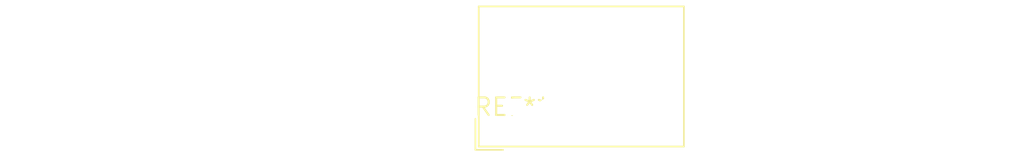
<source format=kicad_pcb>
(kicad_pcb (version 20240108) (generator pcbnew)
  (layers (0 "F.Cu" signal) (31 "B.Cu" signal) (34 "B.Paste" user) (35 "F.Paste" user) (36 "B.SilkS" user "B.Silkscreen") (37 "F.SilkS" user "F.Silkscreen") (38 "B.Mask" user) (39 "F.Mask" user) (44 "Edge.Cuts" user))
  (net 0 "")
  (footprint "TerminalBlock_Phoenix_PTSM-0,5-5-2.5-H-THR_1x05_P2.50mm_Horizontal" (layer "F.Cu") (at 0 0)
    (property "Reference" "REF**")
    (property "Value" "TerminalBlock_Phoenix_PTSM-0,5-5-2.5-H-THR_1x05_P2.50mm_Horizontal")
    (fp_line (start -2.65 0.86) (end -2.65 3.1) (layer "F.SilkS") (stroke (width 0.12)))
    (fp_line (start -2.65 3.1) (end -0.65 3.1) (layer "F.SilkS") (stroke (width 0.12)))
    (fp_line (start -2.41 -7.26) (end -2.41 2.86) (layer "F.SilkS") (stroke (width 0.12)))
    (fp_line (start -2.41 -7.26) (end 12.41 -7.26) (layer "F.SilkS") (stroke (width 0.12)))
    (fp_line (start -2.41 2.86) (end 12.41 2.86) (layer "F.SilkS") (stroke (width 0.12)))
    (fp_line (start 12.41 -7.26) (end 12.41 2.86) (layer "F.SilkS") (stroke (width 0.12)))
    (pad "1" thru_hole rect (at 0 -5) (size 1.8 3) (drill 1.2) (layers *.Cu *.Mask) (remove_unused_layers))
    (pad "1" thru_hole rect (at 0 0) (size 1.8 3) (drill 1.2) (layers *.Cu *.Mask) (remove_unused_layers))
    (pad "2" thru_hole oval (at 2.5 -5) (size 1.8 3) (drill 1.2) (layers *.Cu *.Mask) (remove_unused_layers))
    (pad "2" thru_hole oval (at 2.5 0) (size 1.8 3) (drill 1.2) (layers *.Cu *.Mask) (remove_unused_layers))
    (pad "3" thru_hole oval (at 5 -5) (size 1.8 3) (drill 1.2) (layers *.Cu *.Mask) (remove_unused_layers))
    (pad "3" thru_hole oval (at 5 0) (size 1.8 3) (drill 1.2) (layers *.Cu *.Mask) (remove_unused_layers))
    (pad "4" thru_hole oval (at 7.5 -5) (size 1.8 3) (drill 1.2) (layers *.Cu *.Mask) (remove_unused_layers))
    (pad "4" thru_hole oval (at 7.5 0) (size 1.8 3) (drill 1.2) (layers *.Cu *.Mask) (remove_unused_layers))
    (pad "5" thru_hole oval (at 10 -5) (size 1.8 3) (drill 1.2) (layers *.Cu *.Mask) (remove_unused_layers))
    (pad "5" thru_hole oval (at 10 0) (size 1.8 3) (drill 1.2) (layers *.Cu *.Mask) (remove_unused_layers))
  )
)
</source>
